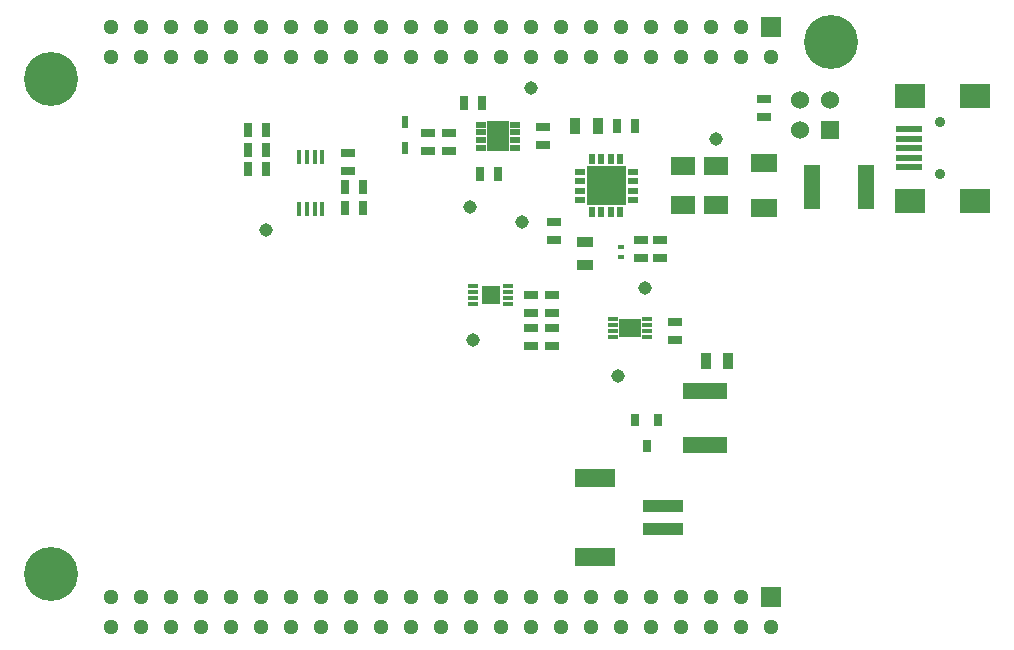
<source format=gbs>
G04 (created by PCBNEW (2013-05-31 BZR 4019)-stable) date 1/30/2014 2:02:55 PM*
%MOIN*%
G04 Gerber Fmt 3.4, Leading zero omitted, Abs format*
%FSLAX34Y34*%
G01*
G70*
G90*
G04 APERTURE LIST*
%ADD10C,0.00590551*%
%ADD11C,0.18*%
%ADD12R,0.065X0.065*%
%ADD13C,0.0512*%
%ADD14R,0.0349X0.0171*%
%ADD15R,0.0589X0.0628*%
%ADD16R,0.0315X0.0394*%
%ADD17R,0.025X0.045*%
%ADD18R,0.045X0.025*%
%ADD19R,0.1377X0.0392*%
%ADD20R,0.1377X0.0393*%
%ADD21R,0.1338X0.059*%
%ADD22R,0.1337X0.059*%
%ADD23C,0.045*%
%ADD24R,0.06X0.06*%
%ADD25C,0.06*%
%ADD26R,0.0906X0.0197*%
%ADD27R,0.0984X0.0787*%
%ADD28C,0.0354*%
%ADD29R,0.055X0.15*%
%ADD30R,0.15X0.055*%
%ADD31R,0.08X0.06*%
%ADD32R,0.055X0.035*%
%ADD33R,0.0742X0.0624*%
%ADD34R,0.035X0.055*%
%ADD35R,0.016X0.05*%
%ADD36R,0.0330709X0.0192913*%
%ADD37R,0.0724409X0.103937*%
%ADD38R,0.0866X0.063*%
%ADD39R,0.0236X0.0394*%
%ADD40R,0.019685X0.0370079*%
%ADD41R,0.0370079X0.019685*%
%ADD42R,0.0694882X0.0694882*%
%ADD43R,0.0236X0.0157*%
G04 APERTURE END LIST*
G54D10*
G54D11*
X74350Y-45650D03*
X100350Y-44400D03*
X74350Y-62150D03*
G54D12*
X98350Y-43900D03*
G54D13*
X98350Y-44900D03*
X97350Y-43900D03*
X97350Y-44900D03*
X96350Y-43900D03*
X96350Y-44900D03*
X95350Y-43900D03*
X95350Y-44900D03*
X94350Y-43900D03*
X94350Y-44900D03*
X93350Y-43900D03*
X93350Y-44900D03*
X92350Y-43900D03*
X92350Y-44900D03*
X91350Y-43900D03*
X91350Y-44900D03*
X90350Y-43900D03*
X90350Y-44900D03*
X89350Y-43900D03*
X89350Y-44900D03*
X88350Y-43900D03*
X88350Y-44900D03*
X87350Y-43900D03*
X87350Y-44900D03*
X86350Y-43900D03*
X86350Y-44900D03*
X85350Y-43900D03*
X85350Y-44900D03*
X84350Y-43900D03*
X84350Y-44900D03*
X83350Y-43900D03*
X83350Y-44900D03*
X82350Y-43900D03*
X82350Y-44900D03*
X81350Y-43900D03*
X81350Y-44900D03*
X80350Y-43900D03*
X80350Y-44900D03*
X79350Y-43900D03*
X79350Y-44900D03*
X78350Y-43900D03*
X78350Y-44900D03*
X77350Y-43900D03*
X77350Y-44900D03*
X76350Y-43900D03*
X76350Y-44900D03*
G54D12*
X98350Y-62900D03*
G54D13*
X98350Y-63900D03*
X97350Y-62900D03*
X97350Y-63900D03*
X96350Y-62900D03*
X96350Y-63900D03*
X95350Y-62900D03*
X95350Y-63900D03*
X94350Y-62900D03*
X94350Y-63900D03*
X93350Y-62900D03*
X93350Y-63900D03*
X92350Y-62900D03*
X92350Y-63900D03*
X91350Y-62900D03*
X91350Y-63900D03*
X90350Y-62900D03*
X90350Y-63900D03*
X89350Y-62900D03*
X89350Y-63900D03*
X88350Y-62900D03*
X88350Y-63900D03*
X87350Y-62900D03*
X87350Y-63900D03*
X86350Y-62900D03*
X86350Y-63900D03*
X85350Y-62900D03*
X85350Y-63900D03*
X84350Y-62900D03*
X84350Y-63900D03*
X83350Y-62900D03*
X83350Y-63900D03*
X82350Y-62900D03*
X82350Y-63900D03*
X81350Y-62900D03*
X81350Y-63900D03*
X80350Y-62900D03*
X80350Y-63900D03*
X79350Y-62900D03*
X79350Y-63900D03*
X78350Y-62900D03*
X78350Y-63900D03*
X77350Y-62900D03*
X77350Y-63900D03*
X76350Y-62900D03*
X76350Y-63900D03*
G54D14*
X89590Y-52555D03*
X89590Y-52753D03*
X89590Y-52947D03*
X89590Y-53145D03*
X88410Y-53145D03*
X88410Y-52947D03*
X88410Y-52753D03*
X88410Y-52555D03*
G54D15*
X89000Y-52850D03*
G54D16*
X94200Y-57883D03*
X94575Y-57017D03*
X93825Y-57017D03*
G54D17*
X80900Y-48650D03*
X81500Y-48650D03*
X80900Y-47350D03*
X81500Y-47350D03*
G54D18*
X91100Y-51000D03*
X91100Y-50400D03*
G54D17*
X80900Y-48000D03*
X81500Y-48000D03*
G54D18*
X91050Y-53950D03*
X91050Y-54550D03*
X91050Y-52850D03*
X91050Y-53450D03*
G54D17*
X84750Y-49950D03*
X84150Y-49950D03*
X84750Y-49250D03*
X84150Y-49250D03*
G54D18*
X98100Y-46900D03*
X98100Y-46300D03*
G54D17*
X88700Y-46450D03*
X88100Y-46450D03*
G54D18*
X87600Y-48050D03*
X87600Y-47450D03*
X84250Y-48100D03*
X84250Y-48700D03*
G54D19*
X94750Y-60644D03*
G54D20*
X94750Y-59856D03*
G54D21*
X92487Y-61567D03*
G54D22*
X92487Y-58932D03*
G54D23*
X81500Y-50675D03*
X96500Y-47650D03*
X90350Y-45950D03*
X90050Y-50400D03*
X88300Y-49900D03*
X88425Y-54350D03*
X94150Y-52600D03*
X93250Y-55550D03*
G54D24*
X100300Y-47350D03*
G54D25*
X99300Y-47350D03*
X100300Y-46350D03*
X99300Y-46350D03*
G54D18*
X95150Y-53750D03*
X95150Y-54350D03*
X90350Y-52850D03*
X90350Y-53450D03*
G54D26*
X102942Y-47320D03*
X102942Y-47635D03*
X102942Y-47950D03*
X102942Y-48265D03*
X102942Y-48580D03*
G54D27*
X102981Y-46198D03*
X105146Y-46198D03*
X102981Y-49702D03*
X105146Y-49702D03*
G54D28*
X103965Y-47084D03*
X103965Y-48816D03*
G54D18*
X86900Y-48050D03*
X86900Y-47450D03*
G54D29*
X99700Y-49250D03*
X101500Y-49250D03*
G54D30*
X96150Y-56050D03*
X96150Y-57850D03*
G54D31*
X96500Y-48550D03*
X96500Y-49850D03*
G54D32*
X92150Y-51075D03*
X92150Y-51825D03*
G54D14*
X93080Y-54245D03*
X93080Y-54047D03*
X93080Y-53853D03*
X93080Y-53655D03*
X94220Y-53655D03*
X94220Y-53853D03*
X94220Y-54047D03*
X94220Y-54245D03*
G54D33*
X93650Y-53950D03*
G54D18*
X94025Y-51000D03*
X94025Y-51600D03*
G54D17*
X93800Y-47200D03*
X93200Y-47200D03*
G54D31*
X95400Y-48550D03*
X95400Y-49850D03*
G54D34*
X96175Y-55050D03*
X96925Y-55050D03*
X92575Y-47200D03*
X91825Y-47200D03*
G54D35*
X83385Y-49975D03*
X83130Y-49975D03*
X82870Y-49975D03*
X82615Y-49975D03*
X82615Y-48225D03*
X82870Y-48225D03*
X83130Y-48225D03*
X83385Y-48225D03*
G54D36*
X88694Y-47933D03*
X88694Y-47677D03*
X88694Y-47422D03*
X88694Y-47166D03*
X89805Y-47166D03*
X89805Y-47422D03*
X89805Y-47677D03*
X89805Y-47933D03*
G54D37*
X89250Y-47550D03*
G54D38*
X98100Y-49948D03*
X98100Y-48452D03*
G54D39*
X86150Y-47067D03*
X86150Y-47933D03*
G54D18*
X90350Y-53950D03*
X90350Y-54550D03*
G54D17*
X88650Y-48800D03*
X89250Y-48800D03*
G54D40*
X93322Y-50085D03*
X93007Y-50085D03*
X92692Y-50085D03*
X92377Y-50085D03*
G54D41*
X91964Y-49357D03*
X91964Y-49042D03*
X91964Y-48727D03*
G54D40*
X92377Y-48314D03*
X92692Y-48314D03*
G54D42*
X92530Y-49519D03*
X93169Y-49519D03*
X93169Y-48880D03*
X92530Y-48880D03*
G54D40*
X93007Y-48314D03*
X93322Y-48314D03*
G54D41*
X93735Y-48727D03*
X93735Y-49042D03*
X93735Y-49357D03*
X93735Y-49672D03*
X91964Y-49672D03*
G54D43*
X93350Y-51223D03*
X93350Y-51577D03*
G54D18*
X94650Y-51000D03*
X94650Y-51600D03*
X90750Y-47850D03*
X90750Y-47250D03*
M02*

</source>
